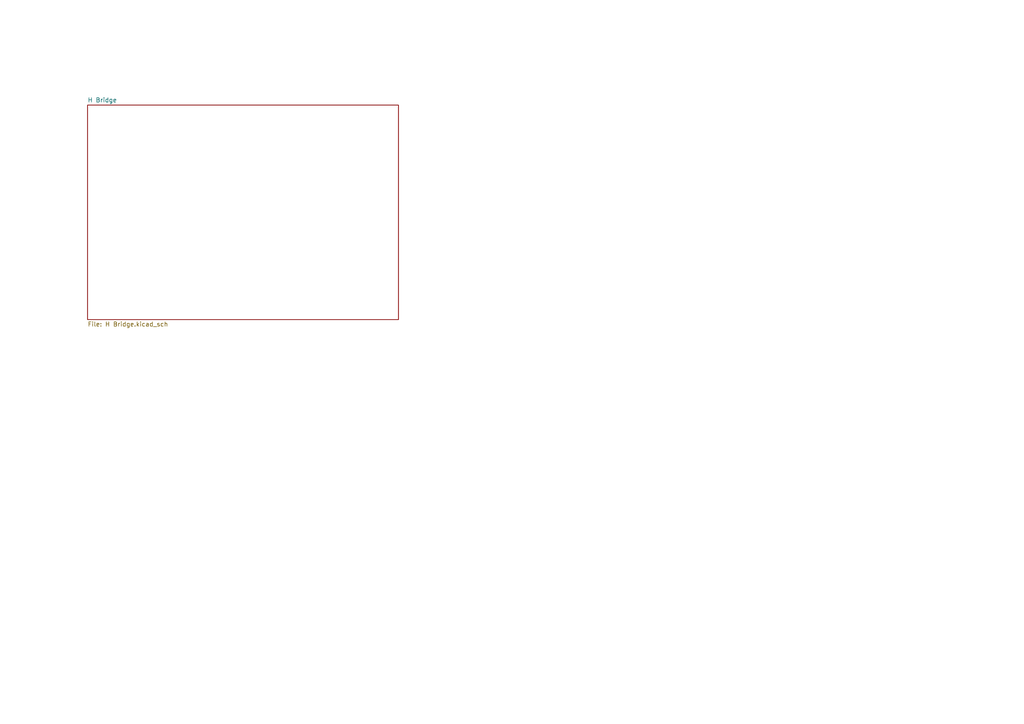
<source format=kicad_sch>
(kicad_sch (version 20231120) (generator "eeschema") (generator_version "8.0")
  (paper "A4")
  (title_block (title "Motor Control") (date "2025-07-03") (rev "0.1.0") (company "AARHUS TECH"))
  (junction (at 332.74 264.16))
  (junction (at 292.1 289.56))
  (junction (at 208.28 281.94))
  (junction (at 261.62 248.92))
  (junction (at 345.44 304.8))
  (junction (at 217.17 297.18))
  (junction (at 140.97 257.81))
  (junction (at 177.8 241.3))
  (junction (at 181.61 307.34))
  (junction (at 332.74 266.7))
  (junction (at 194.31 261.62))
  (junction (at 257.81 264.16))
  (junction (at 177.8 261.62))
  (junction (at 434.34 107.95))
  (junction (at 234.95 256.54))
  (junction (at 160.02 293.37))
  (junction (at 116.84 300.99))
  (junction (at 247.65 297.18))
  (junction (at 345.44 289.56))
  (junction (at 222.25 320.04))
  (junction (at 223.52 251.46))
  (junction (at 425.45 107.95))
  (junction (at 259.08 297.18))
  (junction (at 217.17 281.94))
  (junction (at 469.9 107.95))
  (junction (at 345.44 242.57))
  (junction (at 27.94 287.02))
  (junction (at 194.31 297.18))
  (junction (at 332.74 271.78))
  (junction (at 445.77 125.73))
  (junction (at 60.96 241.3))
  (junction (at 203.2 241.3))
  (junction (at 274.32 251.46))
  (junction (at 469.9 125.73))
  (junction (at 416.56 182.88))
  (junction (at 458.47 107.95))
  (junction (at 138.43 257.81))
  (junction (at 482.6 107.95))
  (junction (at 403.86 199.39))
  (junction (at 332.74 269.24))
  (junction (at 445.77 143.51))
  (junction (at 243.84 320.04))
  (junction (at 458.47 125.73))
  (junction (at 261.62 264.16))
  (junction (at 425.45 143.51))
  (junction (at 403.86 182.88))
  (junction (at 194.31 320.04))
  (junction (at 208.28 307.34))
  (junction (at 203.2 261.62))
  (junction (at 234.95 320.04))
  (junction (at 304.8 304.8))
  (junction (at 261.62 254))
  (junction (at 469.9 143.51))
  (junction (at 223.52 261.62))
  (no_connect (at 115.57 245.11))
  (no_connect (at 148.59 270.51))
  (no_connect (at 148.59 285.75))
  (no_connect (at 115.57 255.27))
  (no_connect (at 355.6 259.08))
  (no_connect (at 148.59 273.05))
  (no_connect (at 148.59 290.83))
  (no_connect (at 355.6 261.62))
  (no_connect (at 124.46 275.59))
  (no_connect (at 314.96 289.56))
  (no_connect (at 148.59 288.29))
  (no_connect (at 314.96 284.48))
  (wire (pts (xy 332.74 271.78) (xy 332.74 289.56)))
  (wire (pts (xy 48.26 251.46) (xy 48.26 256.54)))
  (wire (pts (xy 304.8 304.8) (xy 304.8 307.34)))
  (wire (pts (xy 292.1 281.94) (xy 292.1 289.56)))
  (wire (pts (xy 208.28 281.94) (xy 208.28 287.02)))
  (wire (pts (xy 222.25 299.72) (xy 222.25 320.04)))
  (wire (pts (xy 458.47 107.95) (xy 469.9 107.95)))
  (wire (pts (xy 140.97 257.81) (xy 140.97 260.35)))
  (wire (pts (xy 223.52 251.46) (xy 223.52 252.73)))
  (wire (pts (xy 208.28 307.34) (xy 227.33 307.34)))
  (wire (pts (xy 441.96 97.79) (xy 434.34 97.79)))
  (wire (pts (xy 189.23 307.34) (xy 208.28 307.34)))
  (wire (pts (xy 361.95 242.57) (xy 345.44 242.57)))
  (wire (pts (xy 177.8 241.3) (xy 177.8 234.95)))
  (wire (pts (xy 425.45 97.79) (xy 425.45 107.95)))
  (wire (pts (xy 247.65 287.02) (xy 247.65 281.94)))
  (wire (pts (xy 259.08 297.18) (xy 262.89 297.18)))
  (wire (pts (xy 201.93 297.18) (xy 217.17 297.18)))
  (wire (pts (xy 78.74 307.34) (xy 82.55 307.34)))
  (wire (pts (xy 208.28 294.64) (xy 208.28 307.34)))
  (wire (pts (xy 332.74 266.7) (xy 335.28 266.7)))
  (wire (pts (xy 217.17 281.94) (xy 208.28 281.94)))
  (wire (pts (xy 237.49 254) (xy 234.95 254)))
  (wire (pts (xy 78.74 299.72) (xy 82.55 299.72)))
  (wire (pts (xy 203.2 241.3) (xy 203.2 242.57)))
  (wire (pts (xy 78.74 284.48) (xy 82.55 284.48)))
  (wire (pts (xy 261.62 248.92) (xy 261.62 254)))
  (wire (pts (xy 38.1 294.64) (xy 43.18 294.64)))
  (wire (pts (xy 361.95 304.8) (xy 345.44 304.8)))
  (wire (pts (xy 78.74 297.18) (xy 82.55 297.18)))
  (wire (pts (xy 355.6 251.46) (xy 358.14 251.46)))
  (wire (pts (xy 78.74 292.1) (xy 82.55 292.1)))
  (wire (pts (xy 48.26 241.3) (xy 60.96 241.3)))
  (wire (pts (xy 78.74 289.56) (xy 82.55 289.56)))
  (wire (pts (xy 416.56 177.8) (xy 416.56 180.34)))
  (wire (pts (xy 361.95 255.27) (xy 361.95 304.8)))
  (wire (pts (xy 222.25 320.04) (xy 194.31 320.04)))
  (wire (pts (xy 482.6 129.54) (xy 482.6 143.51)))
  (wire (pts (xy 115.57 247.65) (xy 119.38 247.65)))
  (wire (pts (xy 261.62 262.89) (xy 261.62 264.16)))
  (wire (pts (xy 243.84 302.26) (xy 243.84 320.04)))
  (wire (pts (xy 223.52 260.35) (xy 223.52 261.62)))
  (wire (pts (xy 314.96 292.1) (xy 325.12 292.1)))
  (wire (pts (xy 458.47 120.65) (xy 458.47 125.73)))
  (wire (pts (xy 425.45 115.57) (xy 425.45 107.95)))
  (wire (pts (xy 327.66 256.54) (xy 335.28 256.54)))
  (wire (pts (xy 314.96 279.4) (xy 335.28 279.4)))
  (wire (pts (xy 58.42 336.55) (xy 64.77 336.55)))
  (wire (pts (xy 259.08 297.18) (xy 259.08 309.88)))
  (wire (pts (xy 255.27 251.46) (xy 274.32 251.46)))
  (wire (pts (xy 48.26 243.84) (xy 48.26 241.3)))
  (wire (pts (xy 234.95 256.54) (xy 237.49 256.54)))
  (wire (pts (xy 78.74 271.78) (xy 82.55 271.78)))
  (wire (pts (xy 332.74 266.7) (xy 332.74 269.24)))
  (wire (pts (xy 414.02 143.51) (xy 425.45 143.51)))
  (wire (pts (xy 335.28 254) (xy 332.74 254)))
  (wire (pts (xy 114.3 300.99) (xy 116.84 300.99)))
  (wire (pts (xy 345.44 242.57) (xy 345.44 246.38)))
  (wire (pts (xy 255.27 248.92) (xy 261.62 248.92)))
  (wire (pts (xy 203.2 250.19) (xy 203.2 261.62)))
  (wire (pts (xy 449.58 97.79) (xy 458.47 97.79)))
  (wire (pts (xy 403.86 182.88) (xy 406.4 182.88)))
  (wire (pts (xy 78.74 302.26) (xy 82.55 302.26)))
  (wire (pts (xy 482.6 121.92) (xy 482.6 107.95)))
  (wire (pts (xy 114.3 290.83) (xy 114.3 293.37)))
  (wire (pts (xy 138.43 257.81) (xy 138.43 256.54)))
  (wire (pts (xy 247.65 297.18) (xy 247.65 294.64)))
  (wire (pts (xy 234.95 261.62) (xy 234.95 256.54)))
  (wire (pts (xy 403.86 110.49) (xy 414.02 110.49)))
  (wire (pts (xy 314.96 276.86) (xy 335.28 276.86)))
  (wire (pts (xy 261.62 248.92) (xy 266.7 248.92)))
  (wire (pts (xy 27.94 297.18) (xy 27.94 299.72)))
  (wire (pts (xy 247.65 297.18) (xy 251.46 297.18)))
  (wire (pts (xy 181.61 320.04) (xy 194.31 320.04)))
  (wire (pts (xy 332.74 264.16) (xy 332.74 266.7)))
  (wire (pts (xy 458.47 97.79) (xy 458.47 107.95)))
  (wire (pts (xy 445.77 115.57) (xy 445.77 125.73)))
  (wire (pts (xy 304.8 304.8) (xy 345.44 304.8)))
  (wire (pts (xy 292.1 289.56) (xy 294.64 289.56)))
  (wire (pts (xy 403.86 199.39) (xy 403.86 201.93)))
  (wire (pts (xy 212.09 251.46) (xy 214.63 251.46)))
  (wire (pts (xy 78.74 281.94) (xy 82.55 281.94)))
  (wire (pts (xy 124.46 283.21) (xy 128.27 283.21)))
  (wire (pts (xy 194.31 317.5) (xy 194.31 320.04)))
  (wire (pts (xy 234.95 248.92) (xy 237.49 248.92)))
  (wire (pts (xy 361.95 247.65) (xy 361.95 242.57)))
  (wire (pts (xy 403.86 199.39) (xy 416.56 199.39)))
  (wire (pts (xy 38.1 292.1) (xy 43.18 292.1)))
  (wire (pts (xy 38.1 281.94) (xy 43.18 281.94)))
  (wire (pts (xy 257.81 264.16) (xy 261.62 264.16)))
  (wire (pts (xy 176.53 297.18) (xy 194.31 297.18)))
  (wire (pts (xy 345.44 304.8) (xy 345.44 289.56)))
  (wire (pts (xy 176.53 307.34) (xy 181.61 307.34)))
  (wire (pts (xy 234.95 307.34) (xy 234.95 320.04)))
  (wire (pts (xy 332.74 271.78) (xy 335.28 271.78)))
  (wire (pts (xy 469.9 143.51) (xy 445.77 143.51)))
  (wire (pts (xy 247.65 281.94) (xy 217.17 281.94)))
  (wire (pts (xy 78.74 294.64) (xy 82.55 294.64)))
  (wire (pts (xy 60.96 241.3) (xy 60.96 261.62)))
  (wire (pts (xy 400.05 182.88) (xy 403.86 182.88)))
  (wire (pts (xy 115.57 252.73) (xy 119.38 252.73)))
  (wire (pts (xy 217.17 287.02) (xy 217.17 281.94)))
  (wire (pts (xy 124.46 280.67) (xy 128.27 280.67)))
  (wire (pts (xy 184.15 307.34) (xy 181.61 307.34)))
  (wire (pts (xy 417.83 107.95) (xy 425.45 107.95)))
  (wire (pts (xy 274.32 262.89) (xy 274.32 264.16)))
  (wire (pts (xy 201.93 241.3) (xy 203.2 241.3)))
  (wire (pts (xy 445.77 130.81) (xy 445.77 125.73)))
  (wire (pts (xy 314.96 281.94) (xy 335.28 281.94)))
  (wire (pts (xy 434.34 97.79) (xy 434.34 107.95)))
  (wire (pts (xy 445.77 125.73) (xy 458.47 125.73)))
  (wire (pts (xy 27.94 287.02) (xy 27.94 284.48)))
  (wire (pts (xy 78.74 304.8) (xy 82.55 304.8)))
  (wire (pts (xy 325.12 251.46) (xy 335.28 251.46)))
  (wire (pts (xy 222.25 299.72) (xy 227.33 299.72)))
  (wire (pts (xy 294.64 281.94) (xy 292.1 281.94)))
  (wire (pts (xy 332.74 264.16) (xy 335.28 264.16)))
  (wire (pts (xy 234.95 256.54) (xy 234.95 254)))
  (wire (pts (xy 234.95 320.04) (xy 222.25 320.04)))
  (wire (pts (xy 266.7 245.11) (xy 266.7 248.92)))
  (wire (pts (xy 255.27 264.16) (xy 257.81 264.16)))
  (wire (pts (xy 416.56 182.88) (xy 421.64 182.88)))
  (wire (pts (xy 274.32 251.46) (xy 274.32 255.27)))
  (wire (pts (xy 411.48 182.88) (xy 416.56 182.88)))
  (wire (pts (xy 116.84 300.99) (xy 138.43 300.99)))
  (wire (pts (xy 194.31 261.62) (xy 194.31 248.92)))
  (wire (pts (xy 256.54 297.18) (xy 259.08 297.18)))
  (wire (pts (xy 203.2 241.3) (xy 234.95 241.3)))
  (wire (pts (xy 325.12 292.1) (xy 325.12 251.46)))
  (wire (pts (xy 217.17 297.18) (xy 227.33 297.18)))
  (wire (pts (xy 458.47 107.95) (xy 458.47 113.03)))
  (wire (pts (xy 304.8 302.26) (xy 304.8 304.8)))
  (wire (pts (xy 194.31 261.62) (xy 203.2 261.62)))
  (wire (pts (xy 482.6 143.51) (xy 469.9 143.51)))
  (wire (pts (xy 242.57 297.18) (xy 247.65 297.18)))
  (wire (pts (xy 116.84 290.83) (xy 116.84 300.99)))
  (wire (pts (xy 115.57 242.57) (xy 119.38 242.57)))
  (wire (pts (xy 217.17 294.64) (xy 217.17 297.18)))
  (wire (pts (xy 327.66 287.02) (xy 327.66 256.54)))
  (wire (pts (xy 261.62 264.16) (xy 274.32 264.16)))
  (wire (pts (xy 78.74 276.86) (xy 82.55 276.86)))
  (wire (pts (xy 416.56 180.34) (xy 421.64 180.34)))
  (wire (pts (xy 482.6 107.95) (xy 469.9 107.95)))
  (wire (pts (xy 60.96 312.42) (xy 60.96 317.5)))
  (wire (pts (xy 177.8 248.92) (xy 177.8 261.62)))
  (wire (pts (xy 403.86 107.95) (xy 410.21 107.95)))
  (wire (pts (xy 148.59 280.67) (xy 149.86 280.67)))
  (wire (pts (xy 259.08 320.04) (xy 243.84 320.04)))
  (wire (pts (xy 425.45 123.19) (xy 425.45 143.51)))
  (wire (pts (xy 194.31 320.04) (xy 194.31 322.58)))
  (wire (pts (xy 27.94 287.02) (xy 43.18 287.02)))
  (wire (pts (xy 445.77 143.51) (xy 445.77 147.32)))
  (wire (pts (xy 243.84 320.04) (xy 234.95 320.04)))
  (wire (pts (xy 304.8 265.43) (xy 304.8 269.24)))
  (wire (pts (xy 314.96 297.18) (xy 317.5 297.18)))
  (wire (pts (xy 160.02 293.37) (xy 162.56 293.37)))
  (wire (pts (xy 177.8 261.62) (xy 177.8 264.16)))
  (wire (pts (xy 434.34 107.95) (xy 438.15 107.95)))
  (wire (pts (xy 58.42 339.09) (xy 64.77 339.09)))
  (wire (pts (xy 289.56 279.4) (xy 294.64 279.4)))
  (wire (pts (xy 78.74 279.4) (xy 82.55 279.4)))
  (wire (pts (xy 115.57 250.19) (xy 119.38 250.19)))
  (wire (pts (xy 148.59 293.37) (xy 160.02 293.37)))
  (wire (pts (xy 128.27 270.51) (xy 128.27 257.81)))
  (wire (pts (xy 203.2 261.62) (xy 223.52 261.62)))
  (wire (pts (xy 332.74 269.24) (xy 332.74 271.78)))
  (wire (pts (xy 27.94 274.32) (xy 27.94 276.86)))
  (wire (pts (xy 304.8 304.8) (xy 292.1 304.8)))
  (wire (pts (xy 314.96 287.02) (xy 327.66 287.02)))
  (wire (pts (xy 140.97 257.81) (xy 138.43 257.81)))
  (wire (pts (xy 222.25 251.46) (xy 223.52 251.46)))
  (wire (pts (xy 212.09 251.46) (xy 212.09 254)))
  (wire (pts (xy 425.45 143.51) (xy 445.77 143.51)))
  (wire (pts (xy 78.74 269.24) (xy 82.55 269.24)))
  (wire (pts (xy 425.45 107.95) (xy 434.34 107.95)))
  (wire (pts (xy 138.43 257.81) (xy 138.43 265.43)))
  (wire (pts (xy 458.47 107.95) (xy 453.39 107.95)))
  (wire (pts (xy 403.86 182.88) (xy 403.86 187.96)))
  (wire (pts (xy 274.32 251.46) (xy 276.86 251.46)))
  (wire (pts (xy 242.57 302.26) (xy 243.84 302.26)))
  (wire (pts (xy 234.95 241.3) (xy 234.95 248.92)))
  (wire (pts (xy 223.52 261.62) (xy 234.95 261.62)))
  (wire (pts (xy 60.96 238.76) (xy 60.96 241.3)))
  (wire (pts (xy 237.49 251.46) (xy 223.52 251.46)))
  (wire (pts (xy 27.94 287.02) (xy 27.94 289.56)))
  (wire (pts (xy 332.74 254) (xy 332.74 264.16)))
  (wire (pts (xy 414.02 110.49) (xy 414.02 143.51)))
  (wire (pts (xy 138.43 300.99) (xy 138.43 298.45)))
  (wire (pts (xy 78.74 266.7) (xy 82.55 266.7)))
  (wire (pts (xy 181.61 317.5) (xy 181.61 320.04)))
  (wire (pts (xy 261.62 254) (xy 255.27 254)))
  (wire (pts (xy 289.56 287.02) (xy 294.64 287.02)))
  (wire (pts (xy 208.28 279.4) (xy 208.28 281.94)))
  (wire (pts (xy 78.74 274.32) (xy 82.55 274.32)))
  (wire (pts (xy 227.33 302.26) (xy 227.33 307.34)))
  (wire (pts (xy 140.97 257.81) (xy 160.02 257.81)))
  (wire (pts (xy 469.9 125.73) (xy 469.9 130.81)))
  (wire (pts (xy 259.08 317.5) (xy 259.08 320.04)))
  (wire (pts (xy 38.1 271.78) (xy 43.18 271.78)))
  (wire (pts (xy 403.86 195.58) (xy 403.86 199.39)))
  (wire (pts (xy 194.31 309.88) (xy 194.31 297.18)))
  (wire (pts (xy 314.96 274.32) (xy 335.28 274.32)))
  (wire (pts (xy 194.31 297.18) (xy 196.85 297.18)))
  (wire (pts (xy 177.8 261.62) (xy 194.31 261.62)))
  (wire (pts (xy 58.42 341.63) (xy 64.77 341.63)))
  (wire (pts (xy 345.44 240.03) (xy 345.44 242.57)))
  (wire (pts (xy 289.56 274.32) (xy 294.64 274.32)))
  (wire (pts (xy 416.56 189.23) (xy 416.56 182.88)))
  (wire (pts (xy 128.27 257.81) (xy 138.43 257.81)))
  (wire (pts (xy 148.59 278.13) (xy 149.86 278.13)))
  (wire (pts (xy 469.9 138.43) (xy 469.9 143.51)))
  (wire (pts (xy 332.74 289.56) (xy 345.44 289.56)))
  (wire (pts (xy 482.6 97.79) (xy 482.6 107.95)))
  (wire (pts (xy 469.9 107.95) (xy 469.9 113.03)))
  (wire (pts (xy 445.77 138.43) (xy 445.77 143.51)))
  (wire (pts (xy 292.1 304.8) (xy 292.1 289.56)))
  (wire (pts (xy 160.02 280.67) (xy 160.02 293.37)))
  (wire (pts (xy 114.3 298.45) (xy 114.3 300.99)))
  (wire (pts (xy 261.62 255.27) (xy 261.62 254)))
  (wire (pts (xy 160.02 273.05) (xy 160.02 257.81)))
  (wire (pts (xy 58.42 334.01) (xy 64.77 334.01)))
  (wire (pts (xy 332.74 269.24) (xy 335.28 269.24)))
  (wire (pts (xy 255.27 256.54) (xy 255.27 264.16)))
  (wire (pts (xy 181.61 307.34) (xy 181.61 309.88)))
  (wire (pts (xy 257.81 264.16) (xy 257.81 265.43)))
  (wire (pts (xy 345.44 289.56) (xy 345.44 287.02)))
  (wire (pts (xy 416.56 194.31) (xy 416.56 199.39)))
  (wire (pts (xy 186.69 241.3) (xy 177.8 241.3)))
  (wire (pts (xy 458.47 125.73) (xy 469.9 125.73)))
  (wire (pts (xy 58.42 331.47) (xy 64.77 331.47)))
  (wire (pts (xy 469.9 120.65) (xy 469.9 125.73)))
  (global_label "uRX" (shape bidirectional) (at 82.55 307.34 0) (property "Intersheetrefs" "${INTERSHEET_REFS}" (effects (hide yes))))
  (global_label "GNDD" (shape passive) (at 119.38 242.57 0) (property "Intersheetrefs" "${INTERSHEET_REFS}" (effects (hide yes))))
  (global_label "SWA" (shape bidirectional) (at 82.55 274.32 0) (property "Intersheetrefs" "${INTERSHEET_REFS}" (effects (hide yes))))
  (global_label "+5V" (shape passive) (at 64.77 334.01 0) (property "Intersheetrefs" "${INTERSHEET_REFS}" (effects (hide yes))))
  (global_label "GNDD" (shape passive) (at 64.77 336.55 0) (property "Intersheetrefs" "${INTERSHEET_REFS}" (effects (hide yes))))
  (global_label "SDO" (shape bidirectional) (at 82.55 302.26 0) (property "Intersheetrefs" "${INTERSHEET_REFS}" (effects (hide yes))))
  (global_label "SWS" (shape bidirectional) (at 262.89 297.18 0) (property "Intersheetrefs" "${INTERSHEET_REFS}" (effects (hide yes))))
  (global_label "DISP" (shape bidirectional) (at 289.56 287.02 180) (property "Intersheetrefs" "${INTERSHEET_REFS}" (effects (hide yes))))
  (global_label "DISP" (shape bidirectional) (at 82.55 292.1 0) (property "Intersheetrefs" "${INTERSHEET_REFS}" (effects (hide yes))))
  (global_label "SCL" (shape bidirectional) (at 289.56 279.4 180) (property "Intersheetrefs" "${INTERSHEET_REFS}" (effects (hide yes))))
  (global_label "SWA" (shape bidirectional) (at 176.53 297.18 180) (property "Intersheetrefs" "${INTERSHEET_REFS}" (effects (hide yes))))
  (global_label "SWB" (shape bidirectional) (at 176.53 307.34 180) (property "Intersheetrefs" "${INTERSHEET_REFS}" (effects (hide yes))))
  (global_label "SDA{slash}SDI" (shape bidirectional) (at 82.55 299.72 0) (property "Intersheetrefs" "${INTERSHEET_REFS}" (effects (hide yes))))
  (global_label "PGC" (shape bidirectional) (at 64.77 341.63 0) (property "Intersheetrefs" "${INTERSHEET_REFS}" (effects (hide yes))))
  (global_label "RA4" (shape bidirectional) (at 162.56 293.37 0) (property "Intersheetrefs" "${INTERSHEET_REFS}" (effects (hide yes))))
  (global_label "~{SS}" (shape bidirectional) (at 38.1 294.64 180) (property "Intersheetrefs" "${INTERSHEET_REFS}" (effects (hide yes))))
  (global_label "RA4" (shape bidirectional) (at 38.1 292.1 180) (property "Intersheetrefs" "${INTERSHEET_REFS}" (effects (hide yes))))
  (global_label "SCL" (shape bidirectional) (at 82.55 297.18 0) (property "Intersheetrefs" "${INTERSHEET_REFS}" (effects (hide yes))))
  (global_label "PGD" (shape bidirectional) (at 64.77 339.09 0) (property "Intersheetrefs" "${INTERSHEET_REFS}" (effects (hide yes))))
  (global_label "SDO" (shape bidirectional) (at 289.56 274.32 180) (property "Intersheetrefs" "${INTERSHEET_REFS}" (effects (hide yes))))
  (global_label "uTX" (shape bidirectional) (at 119.38 252.73 0) (property "Intersheetrefs" "${INTERSHEET_REFS}" (effects (hide yes))))
  (global_label "P1A" (shape bidirectional) (at 82.55 294.64 0) (property "Intersheetrefs" "${INTERSHEET_REFS}" (effects (hide yes))))
  (global_label "T1CLK" (shape bidirectional) (at 400.05 182.88 180) (property "Intersheetrefs" "${INTERSHEET_REFS}" (effects (hide yes))))
  (global_label "P1D" (shape bidirectional) (at 82.55 276.86 0) (property "Intersheetrefs" "${INTERSHEET_REFS}" (effects (hide yes))))
  (global_label "V_{PP}" (shape passive) (at 64.77 331.47 0) (property "Intersheetrefs" "${INTERSHEET_REFS}" (effects (hide yes))))
  (global_label "P1C" (shape bidirectional) (at 82.55 269.24 0) (property "Intersheetrefs" "${INTERSHEET_REFS}" (effects (hide yes))))
  (global_label "SWB" (shape bidirectional) (at 82.55 279.4 0) (property "Intersheetrefs" "${INTERSHEET_REFS}" (effects (hide yes))))
  (global_label "P1B" (shape bidirectional) (at 82.55 271.78 0) (property "Intersheetrefs" "${INTERSHEET_REFS}" (effects (hide yes))))
  (global_label "uRX" (shape bidirectional) (at 119.38 250.19 0) (property "Intersheetrefs" "${INTERSHEET_REFS}" (effects (hide yes))))
  (global_label "uRX" (shape bidirectional) (at 149.86 278.13 0) (property "Intersheetrefs" "${INTERSHEET_REFS}" (effects (hide yes))))
  (global_label "AN0" (shape bidirectional) (at 38.1 281.94 180) (property "Intersheetrefs" "${INTERSHEET_REFS}" (effects (hide yes))))
  (global_label "uTX" (shape bidirectional) (at 82.55 304.8 0) (property "Intersheetrefs" "${INTERSHEET_REFS}" (effects (hide yes))))
  (global_label "V_{PP}" (shape passive) (at 38.1 271.78 180) (property "Intersheetrefs" "${INTERSHEET_REFS}" (effects (hide yes))))
  (global_label "uTX" (shape bidirectional) (at 149.86 280.67 0) (property "Intersheetrefs" "${INTERSHEET_REFS}" (effects (hide yes))))
  (global_label "PGC" (shape bidirectional) (at 82.55 281.94 0) (property "Intersheetrefs" "${INTERSHEET_REFS}" (effects (hide yes))))
  (global_label "SWS" (shape bidirectional) (at 82.55 266.7 0) (property "Intersheetrefs" "${INTERSHEET_REFS}" (effects (hide yes))))
  (global_label "AN0" (shape bidirectional) (at 276.86 251.46 0) (property "Intersheetrefs" "${INTERSHEET_REFS}" (effects (hide yes))))
  (global_label "+5V" (shape passive) (at 119.38 247.65 0) (property "Intersheetrefs" "${INTERSHEET_REFS}" (effects (hide yes))))
  (global_label "SDA{slash}SDI" (shape bidirectional) (at 317.5 297.18 0) (property "Intersheetrefs" "${INTERSHEET_REFS}" (effects (hide yes))))
  (global_label "T1CLK" (shape bidirectional) (at 82.55 289.56 0) (property "Intersheetrefs" "${INTERSHEET_REFS}" (effects (hide yes))))
  (global_label "PGD" (shape bidirectional) (at 82.55 284.48 0) (property "Intersheetrefs" "${INTERSHEET_REFS}" (effects (hide yes))))
  (symbol (lib_id "Device:C") (at 194.31 313.69 0) (unit 1)
    (property "Reference" "C7" (at 198.12 312.4199 0) (effects (justify left)))
    (property "Value" "100nF" (at 198.12 314.9599 0) (effects (justify left)))
    (property "Footprint" "Capacitor_THT:C_Rect_L7.2mm_W2.5mm_P5.00mm_FKS2_FKP2_MKS2_MKP2" (effects (hide yes)))
    (property "Description" "Unpolarized capacitor" (effects (hide yes)))
  )
  (symbol (lib_id "Device:C_Small") (at 140.97 262.89 0) (unit 1)
    (property "Reference" "C3" (at 143.51 261.6262 0) (effects (justify left)))
    (property "Value" "470nF" (at 143.51 264.1662 0) (effects (justify left)))
    (property "Footprint" "Capacitor_THT:C_Rect_L7.2mm_W2.5mm_P5.00mm_FKS2_FKP2_MKS2_MKP2" (effects (hide yes)))
    (property "Description" "Unpolarized capacitor, small symbol" (effects (hide yes)))
  )
  (symbol (lib_id "Display_Character:WC1602A") (at 345.44 266.7 0) (unit 1)
    (property "Reference" "DS1" (at 347.6341 243.84 0) (effects (justify left)))
    (property "Value" "WC1602A" (at 347.6341 246.38 0) (effects (justify left)))
    (property "Footprint" "Display:WC1602A" (effects (hide yes)))
    (property "Datasheet" "http://www.wincomlcd.com/pdf/WC1602A-SFYLYHTC06.pdf" (effects (hide yes)))
    (property "Description" "LCD 16x2 Alphanumeric , 8 bit parallel bus, 5V VDD" (effects (hide yes)))
  )
  (symbol (lib_id "Device:C") (at 203.2 246.38 0) (unit 1)
    (property "Reference" "C8" (at 207.01 245.1099 0) (effects (justify left)))
    (property "Value" "100nF" (at 207.01 247.6499 0) (effects (justify left)))
    (property "Footprint" "Capacitor_THT:C_Rect_L7.2mm_W2.5mm_P5.00mm_FKS2_FKP2_MKS2_MKP2" (effects (hide yes)))
    (property "Description" "Unpolarized capacitor" (effects (hide yes)))
  )
  (symbol (lib_id "Regulator_Linear:LM317_TO-220") (at 445.77 107.95 0) (unit 1)
    (property "Reference" "U10" (at 445.77 101.6 0))
    (property "Value" "LM317_TO-220" (at 445.77 104.14 0))
    (property "Footprint" "Package_TO_SOT_THT:TO-220-3_Horizontal_TabDown" (effects (hide yes)))
    (property "Datasheet" "http://www.ti.com/lit/ds/symlink/lm317.pdf" (effects (hide yes)))
    (property "Description" "1.5A 35V Adjustable Linear Regulator, TO-220" (effects (hide yes)))
  )
  (symbol (lib_id "Device:R_Small") (at 416.56 191.77 180) (unit 1)
    (property "Reference" "R43" (at 419.1 190.4999 0) (effects (justify right)))
    (property "Value" "10k" (at 419.1 193.0399 0) (effects (justify right)))
    (property "Footprint" "Resistor_THT:R_Axial_DIN0207_L6.3mm_D2.5mm_P10.16mm_Horizontal" (effects (hide yes)))
    (property "Description" "Resistor, small symbol" (effects (hide yes)))
  )
  (symbol (lib_id "Connector:Conn_01x02_Socket") (at 426.72 180.34 0) (unit 1)
    (property "Reference" "J6" (at 427.99 180.3399 0) (effects (justify left)))
    (property "Value" "Conn_01x02_Socket" (at 427.99 182.8799 0) (effects (justify left)))
    (property "Footprint" "Connector_Phoenix_MC_HighVoltage:PhoenixContact_MCV_1,5_2-G-5.08_1x02_P5.08mm_Vertical" (effects (hide yes)))
    (property "Description" "Generic connector, single row, 01x02, script generated" (effects (hide yes)))
  )
  (symbol (lib_id "Device:C") (at 403.86 191.77 0) (unit 1)
    (property "Reference" "C13" (at 407.67 190.4999 0) (effects (justify left)))
    (property "Value" "100nF" (at 407.67 193.0399 0) (effects (justify left)))
    (property "Footprint" "Capacitor_THT:C_Rect_L7.2mm_W2.5mm_P5.00mm_FKS2_FKP2_MKS2_MKP2" (effects (hide yes)))
    (property "Description" "Unpolarized capacitor" (effects (hide yes)))
  )
  (symbol (lib_id "power:+5VD") (at 345.44 240.03 0) (unit 1)
    (property "Reference" "#PWR035" (effects (hide yes)))
    (property "Value" "+5V" (at 345.44 234.95 0))
    (property "Description" "Power symbol creates a global label with name \"+5VD\"" (effects (hide yes)))
  )
  (symbol (lib_id "Device:R") (at 247.65 290.83 0) (mirror x) (unit 1)
    (property "Reference" "R39" (at 245.11 289.5599 0) (effects (justify right)))
    (property "Value" "10k" (at 245.11 292.0999 0) (effects (justify right)))
    (property "Footprint" "Resistor_THT:R_Axial_DIN0207_L6.3mm_D2.5mm_P10.16mm_Horizontal" (effects (hide yes)))
  )
  (symbol (lib_id "Device:C_Polarized") (at 425.45 119.38 0) (unit 1)
    (property "Reference" "C14" (at 429.26 117.2209 0) (effects (justify left)))
    (property "Value" "330uF" (at 429.26 119.7609 0) (effects (justify left)))
    (property "Footprint" "Capacitor_THT:CP_Radial_D8.0mm_P5.00mm" (effects (hide yes)))
    (property "Description" "Polarized capacitor" (effects (hide yes)))
  )
  (symbol (lib_id "power:GNDD") (at 257.81 265.43 0) (mirror y) (unit 1)
    (property "Reference" "#PWR027" (effects (hide yes)))
    (property "Value" "GNDD" (at 257.81 269.24 0))
    (property "Description" "Power symbol creates a global label with name \"GNDD\" , digital ground" (effects (hide yes)))
  )
  (symbol (lib_id "Regulator_Linear:L78L05_TO92") (at 194.31 241.3 0) (unit 1)
    (property "Reference" "U5" (at 194.31 234.95 0))
    (property "Value" "L78L05_TO92" (at 194.31 237.49 0))
    (property "Footprint" "Package_TO_SOT_THT:TO-92_Inline_Wide" (effects (hide yes)))
    (property "Datasheet" "http://www.st.com/content/ccc/resource/technical/document/datasheet/15/55/e5/aa/23/5b/43/fd/CD00000446.pdf/files/CD00000446.pdf/jcr:content/translations/en.CD00000446.pdf" (effects (hide yes)))
    (property "Description" "Positive 100mA 30V Linear Regulator, Fixed Output 5V, TO-92" (effects (hide yes)))
  )
  (symbol (lib_id "Interface_USB:MCP2221AxP") (at 138.43 283.21 0) (unit 1)
    (property "Reference" "U4" (at 140.6241 298.45 0) (effects (justify left)))
    (property "Value" "MCP2221AxP" (at 140.6241 300.99 0) (effects (justify left)))
    (property "Footprint" "Package_DIP:DIP-14_W7.62mm_Socket_LongPads" (effects (hide yes)))
    (property "Datasheet" "http://ww1.microchip.com/downloads/en/DeviceDoc/20005565B.pdf" (effects (hide yes)))
    (property "Description" "USB to I2C/UART Protocol Converter with GPIO, DIP-14" (effects (hide yes)))
  )
  (symbol (lib_id "power:GNDD") (at 60.96 317.5 0) (mirror y) (unit 1)
    (property "Reference" "#PWR09" (effects (hide yes)))
    (property "Value" "GNDD" (at 60.96 321.31 0))
    (property "Description" "Power symbol creates a global label with name \"GNDD\" , digital ground" (effects (hide yes)))
  )
  (symbol (lib_id "Device:R") (at 27.94 280.67 0) (mirror x) (unit 1)
    (property "Reference" "R4" (at 25.4 279.3999 0) (effects (justify right)))
    (property "Value" "10k" (at 25.4 281.9399 0) (effects (justify right)))
    (property "Footprint" "Resistor_THT:R_Axial_DIN0207_L6.3mm_D2.5mm_P10.16mm_Horizontal" (effects (hide yes)))
  )
  (symbol (lib_id "power:GND") (at 212.09 254 0) (unit 1)
    (property "Reference" "#PWR022" (effects (hide yes)))
    (property "Value" "GNDPWR_{out}" (at 212.09 259.08 0))
    (property "Description" "Power symbol creates a global label with name \"GND\" , ground" (effects (hide yes)))
  )
  (symbol (lib_id "power:+12V") (at 177.8 234.95 0) (unit 1)
    (property "Reference" "#PWR017" (effects (hide yes)))
    (property "Value" "+12V" (at 177.8 229.87 0))
    (property "Description" "Power symbol creates a global label with name \"+12V\"" (effects (hide yes)))
  )
  (symbol (lib_id "power:GNDPWR") (at 177.8 264.16 0) (unit 1)
    (property "Reference" "#PWR018" (effects (hide yes)))
    (property "Value" "GNDPWR" (at 177.673 267.97 0))
    (property "Description" "Power symbol creates a global label with name \"GNDPWR\" , global ground" (effects (hide yes)))
  )
  (symbol (lib_id "User:HCPL-7510") (at 246.38 252.73 0) (unit 1)
    (property "Reference" "U8" (at 246.38 241.3 0))
    (property "Value" "HCPL7510" (at 246.38 243.84 0))
    (property "Footprint" "Package_DIP:DIP-8_W7.62mm_Socket_LongPads" (effects (hide yes)))
  )
  (symbol (lib_id "power:GNDD") (at 304.8 307.34 0) (mirror y) (unit 1)
    (property "Reference" "#PWR031" (effects (hide yes)))
    (property "Value" "GNDD" (at 304.8 311.15 0))
    (property "Description" "Power symbol creates a global label with name \"GNDD\" , digital ground" (effects (hide yes)))
  )
  (symbol (lib_id "power:+5VD") (at 266.7 245.11 0) (unit 1)
    (property "Reference" "#PWR028" (effects (hide yes)))
    (property "Value" "+5V" (at 266.7 240.03 0))
    (property "Description" "Power symbol creates a global label with name \"+5VD\"" (effects (hide yes)))
  )
  (symbol (lib_id "Device:C_Polarized") (at 482.6 125.73 0) (unit 1)
    (property "Reference" "C16" (at 486.41 123.5709 0) (effects (justify left)))
    (property "Value" "1uF" (at 486.41 126.1109 0) (effects (justify left)))
    (property "Footprint" "Capacitor_THT:CP_Radial_D5.0mm_P2.50mm" (effects (hide yes)))
    (property "Description" "Polarized capacitor" (effects (hide yes)))
  )
  (symbol (lib_id "Device:C") (at 177.8 245.11 0) (unit 1)
    (property "Reference" "C4" (at 181.61 243.8399 0) (effects (justify left)))
    (property "Value" "100nF" (at 181.61 246.3799 0) (effects (justify left)))
    (property "Footprint" "Capacitor_THT:C_Rect_L7.2mm_W2.5mm_P5.00mm_FKS2_FKP2_MKS2_MKP2" (effects (hide yes)))
    (property "Description" "Unpolarized capacitor" (effects (hide yes)))
  )
  (symbol (lib_id "Diode:1N4148") (at 469.9 116.84 90) (mirror x) (unit 1)
    (property "Reference" "D4" (at 472.44 115.5699 90) (effects (justify right)))
    (property "Value" "1N4148" (at 472.44 118.1099 90) (effects (justify right)))
    (property "Footprint" "Diode_THT:D_DO-35_SOD27_P7.62mm_Horizontal" (effects (hide yes)))
    (property "Datasheet" "https://assets.nexperia.com/documents/data-sheet/1N4148_1N4448.pdf" (effects (hide yes)))
    (property "Description" "100V 0.15A standard switching diode, DO-35" (effects (hide yes)))
    (property "Sim.Device" "D" (effects (hide yes)))
    (property "Sim.Pins" "1=K 2=A" (effects (hide yes)))
  )
  (symbol (lib_id "power:+5VD") (at 304.8 265.43 0) (unit 1)
    (property "Reference" "#PWR030" (effects (hide yes)))
    (property "Value" "+5V" (at 304.8 260.35 0))
    (property "Description" "Power symbol creates a global label with name \"+5VD\"" (effects (hide yes)))
  )
  (symbol (lib_id "Device:C") (at 48.26 247.65 0) (unit 1)
    (property "Reference" "C1" (at 52.07 246.3799 0) (effects (justify left)))
    (property "Value" "100nF" (at 52.07 248.9199 0) (effects (justify left)))
    (property "Footprint" "Capacitor_THT:C_Rect_L7.2mm_W2.5mm_P5.00mm_FKS2_FKP2_MKS2_MKP2" (effects (hide yes)))
    (property "Description" "Unpolarized capacitor" (effects (hide yes)))
  )
  (symbol (lib_id "74xx:74AHC595") (at 304.8 284.48 0) (unit 1)
    (property "Reference" "U9" (at 306.9941 266.7 0) (effects (justify left)))
    (property "Value" "74AHC595" (at 306.9941 269.24 0) (effects (justify left)))
    (property "Footprint" "Package_DIP:DIP-16_W7.62mm_Socket_LongPads" (effects (hide yes)))
    (property "Datasheet" "https://assets.nexperia.com/documents/data-sheet/74AHC_AHCT595.pdf" (effects (hide yes)))
    (property "Description" "8-bit serial in/out Shift Register 3-State Outputs" (effects (hide yes)))
  )
  (symbol (lib_id "Device:C_Polarized") (at 469.9 134.62 0) (unit 1)
    (property "Reference" "C15" (at 473.71 132.4609 0) (effects (justify left)))
    (property "Value" "1uF" (at 473.71 135.0009 0) (effects (justify left)))
    (property "Footprint" "Capacitor_THT:CP_Radial_D5.0mm_P2.50mm" (effects (hide yes)))
    (property "Description" "Polarized capacitor" (effects (hide yes)))
  )
  (symbol (lib_id "Connector:Conn_01x02_Socket") (at 398.78 107.95 0) (mirror y) (unit 1)
    (property "Reference" "J5" (at 397.51 107.9499 0) (effects (justify left)))
    (property "Value" "Conn_01x02_Socket" (at 397.51 110.4899 0) (effects (justify left)))
    (property "Footprint" "Connector_Phoenix_MC_HighVoltage:PhoenixContact_MCV_1,5_2-G-5.08_1x02_P5.08mm_Vertical" (effects (hide yes)))
    (property "Description" "Generic connector, single row, 01x02, script generated" (effects (hide yes)))
  )
  (symbol (lib_id "Device:C") (at 274.32 259.08 0) (unit 1)
    (property "Reference" "C12" (at 278.13 257.8099 0) (effects (justify left)))
    (property "Value" "150pF" (at 278.13 260.3499 0) (effects (justify left)))
    (property "Footprint" "Capacitor_THT:C_Rect_L7.2mm_W2.5mm_P5.00mm_FKS2_FKP2_MKS2_MKP2" (effects (hide yes)))
    (property "Description" "Unpolarized capacitor" (effects (hide yes)))
  )
  (symbol (lib_id "power:+24V") (at 425.45 97.79 0) (unit 1)
    (property "Reference" "#PWR033" (effects (hide yes)))
    (property "Value" "+24V" (at 425.45 92.71 0))
    (property "Description" "Power symbol creates a global label with name \"+24V\"" (effects (hide yes)))
  )
  (symbol (lib_id "Device:R") (at 217.17 290.83 0) (mirror x) (unit 1)
    (property "Reference" "R32" (at 214.63 289.5599 0) (effects (justify right)))
    (property "Value" "10k" (at 214.63 292.0999 0) (effects (justify right)))
    (property "Footprint" "Resistor_THT:R_Axial_DIN0207_L6.3mm_D2.5mm_P10.16mm_Horizontal" (effects (hide yes)))
  )
  (symbol (lib_id "power:+5VD") (at 27.94 274.32 0) (unit 1)
    (property "Reference" "#PWR01" (effects (hide yes)))
    (property "Value" "+5V" (at 27.94 269.24 0))
    (property "Description" "Power symbol creates a global label with name \"+5VD\"" (effects (hide yes)))
  )
  (symbol (lib_id "power:+5VD") (at 138.43 256.54 0) (unit 1)
    (property "Reference" "#PWR014" (effects (hide yes)))
    (property "Value" "+5V" (at 138.43 251.46 0))
    (property "Description" "Power symbol creates a global label with name \"+5VD\"" (effects (hide yes)))
  )
  (symbol (lib_id "Device:RotaryEncoder_Switch_MP") (at 234.95 299.72 0) (unit 1)
    (property "Reference" "SW1" (at 234.95 293.37 0))
    (property "Value" "RotaryEncoder_Switch_MP" (effects (hide yes)))
    (property "Footprint" "Rotary_Encoder:RotaryEncoder_Alps_EC11E-Switch_Vertical_H20mm" (effects (hide yes)))
    (property "Description" "Rotary encoder, dual channel, incremental quadrate outputs, with switch and MP Pin" (effects (hide yes)))
  )
  (symbol (lib_id "Device:C") (at 259.08 313.69 0) (unit 1)
    (property "Reference" "C10" (at 262.89 312.4199 0) (effects (justify left)))
    (property "Value" "100nF" (at 262.89 314.9599 0) (effects (justify left)))
    (property "Footprint" "Capacitor_THT:C_Rect_L7.2mm_W2.5mm_P5.00mm_FKS2_FKP2_MKS2_MKP2" (effects (hide yes)))
    (property "Description" "Unpolarized capacitor" (effects (hide yes)))
  )
  (symbol (lib_id "power:GNDD") (at 403.86 201.93 0) (mirror y) (unit 1)
    (property "Reference" "#PWR029" (effects (hide yes)))
    (property "Value" "GNDD" (at 403.86 205.74 0))
    (property "Description" "Power symbol creates a global label with name \"GNDD\" , digital ground" (effects (hide yes)))
  )
  (symbol (lib_id "Connector:USB_B") (at 116.84 280.67 0) (unit 1)
    (property "Reference" "J3" (at 116.84 267.97 0))
    (property "Value" "USB_B" (at 116.84 270.51 0))
    (property "Footprint" "Connector_USB:USB_B_TE_5787834_Vertical" (effects (hide yes)))
    (property "Description" "USB Type B connector" (effects (hide yes)))
  )
  (symbol (lib_id "Device:R") (at 208.28 290.83 0) (mirror x) (unit 1)
    (property "Reference" "R29" (at 205.74 289.5599 0) (effects (justify right)))
    (property "Value" "10k" (at 205.74 292.0999 0) (effects (justify right)))
    (property "Footprint" "Resistor_THT:R_Axial_DIN0207_L6.3mm_D2.5mm_P10.16mm_Horizontal" (effects (hide yes)))
  )
  (symbol (lib_id "Device:R_Small") (at 408.94 182.88 270) (unit 1)
    (property "Reference" "R42" (at 408.94 177.8 90))
    (property "Value" "1k" (at 408.94 180.34 90))
    (property "Footprint" "Resistor_THT:R_Axial_DIN0207_L6.3mm_D2.5mm_P10.16mm_Horizontal" (effects (hide yes)))
    (property "Description" "Resistor, small symbol" (effects (hide yes)))
  )
  (symbol (lib_id "Device:C") (at 261.62 259.08 0) (unit 1)
    (property "Reference" "C11" (at 265.43 257.8099 0) (effects (justify left)))
    (property "Value" "100nF" (at 265.43 260.3499 0) (effects (justify left)))
    (property "Footprint" "Capacitor_THT:C_Rect_L7.2mm_W2.5mm_P5.00mm_FKS2_FKP2_MKS2_MKP2" (effects (hide yes)))
    (property "Description" "Unpolarized capacitor" (effects (hide yes)))
  )
  (symbol (lib_id "Device:R") (at 27.94 293.37 0) (mirror x) (unit 1)
    (property "Reference" "R5" (at 25.4 292.0999 0) (effects (justify right)))
    (property "Value" "10k" (at 25.4 294.6399 0) (effects (justify right)))
    (property "Footprint" "Resistor_THT:R_Axial_DIN0207_L6.3mm_D2.5mm_P10.16mm_Horizontal" (effects (hide yes)))
  )
  (symbol (lib_id "power:+5VD") (at 416.56 177.8 0) (unit 1)
    (property "Reference" "#PWR032" (effects (hide yes)))
    (property "Value" "+5V" (at 416.56 172.72 0))
    (property "Description" "Power symbol creates a global label with name \"+5VD\"" (effects (hide yes)))
  )
  (symbol (lib_id "Device:R") (at 458.47 116.84 0) (mirror y) (unit 1)
    (property "Reference" "R45" (at 461.01 115.5699 0) (effects (justify right)))
    (property "Value" "390" (at 461.01 118.1099 0) (effects (justify right)))
    (property "Footprint" "Resistor_THT:R_Axial_DIN0207_L6.3mm_D2.5mm_P10.16mm_Horizontal" (effects (hide yes)))
    (property "Description" "Resistor" (effects (hide yes)))
  )
  (symbol (lib_id "power:GNDD") (at 48.26 256.54 0) (mirror y) (unit 1)
    (property "Reference" "#PWR07" (effects (hide yes)))
    (property "Value" "GNDD" (at 48.26 260.35 0))
    (property "Description" "Power symbol creates a global label with name \"GNDD\" , digital ground" (effects (hide yes)))
  )
  (symbol (lib_id "Diode:1N4148") (at 445.77 97.79 0) (mirror x) (unit 1)
    (property "Reference" "D3" (at 445.77 91.44 0))
    (property "Value" "1N4148" (at 445.77 93.98 0))
    (property "Footprint" "Diode_THT:D_DO-35_SOD27_P7.62mm_Horizontal" (effects (hide yes)))
    (property "Datasheet" "https://assets.nexperia.com/documents/data-sheet/1N4148_1N4448.pdf" (effects (hide yes)))
    (property "Description" "100V 0.15A standard switching diode, DO-35" (effects (hide yes)))
    (property "Sim.Device" "D" (effects (hide yes)))
    (property "Sim.Pins" "1=K 2=A" (effects (hide yes)))
  )
  (symbol (lib_id "MCU_Microchip_PIC18:PIC18F26K22-xSP") (at 60.96 287.02 0) (unit 1)
    (property "Reference" "U3" (at 65.532 259.334 0) (effects (justify left)))
    (property "Value" "PIC18F26K22-xSP" (at 65.278 261.874 0) (effects (justify left)))
    (property "Footprint" "Package_DIP:DIP-28_W7.62mm" (effects (hide yes)))
    (property "Datasheet" "http://ww1.microchip.com/downloads/en/DeviceDoc/40001412G.pdf" (effects (hide yes)))
    (property "Description" "64K Flash, 3896B SRAM, 1024B EEPROM, nanoWatt XLP, 2.3V to 5.5V, SPDIP28" (effects (hide yes)))
  )
  (symbol (lib_id "power:+12V") (at 482.6 97.79 0) (mirror y) (unit 1)
    (property "Reference" "#PWR036" (effects (hide yes)))
    (property "Value" "+12V" (at 482.6 92.71 0))
    (property "Description" "Power symbol creates a global label with name \"+12V\"" (effects (hide yes)))
  )
  (symbol (lib_id "Device:R_Potentiometer") (at 361.95 251.46 180) (unit 1)
    (property "Reference" "RV1" (at 364.49 250.1899 0) (effects (justify right)))
    (property "Value" "50k" (at 364.49 252.7299 0) (effects (justify right)))
    (property "Footprint" "Potentiometer_THT:Potentiometer_Piher_PT-10-V05_Vertical" (effects (hide yes)))
    (property "Description" "Potentiometer" (effects (hide yes)))
  )
  (symbol (lib_id "Device:C") (at 181.61 313.69 0) (unit 1)
    (property "Reference" "C5" (at 185.42 312.4199 0) (effects (justify left)))
    (property "Value" "100nF" (at 185.42 314.9599 0) (effects (justify left)))
    (property "Footprint" "Capacitor_THT:C_Rect_L7.2mm_W2.5mm_P5.00mm_FKS2_FKP2_MKS2_MKP2" (effects (hide yes)))
    (property "Description" "Unpolarized capacitor" (effects (hide yes)))
  )
  (symbol (lib_id "Device:C") (at 223.52 256.54 0) (unit 1)
    (property "Reference" "C9" (at 227.33 255.2699 0) (effects (justify left)))
    (property "Value" "10nF" (at 227.33 257.8099 0) (effects (justify left)))
    (property "Footprint" "Capacitor_THT:C_Rect_L7.2mm_W2.5mm_P5.00mm_FKS2_FKP2_MKS2_MKP2" (effects (hide yes)))
    (property "Description" "Unpolarized capacitor" (effects (hide yes)))
  )
  (symbol (lib_id "Connector:Conn_01x06_Pin") (at 110.49 247.65 0) (unit 1)
    (property "Reference" "J2" (at 111.125 237.49 0))
    (property "Value" "Conn_01x06_Pin" (at 111.125 240.03 0))
    (property "Footprint" "Connector_PinHeader_2.54mm:PinHeader_1x06_P2.54mm_Vertical" (effects (hide yes)))
    (property "Description" "Generic connector, single row, 01x06, script generated" (effects (hide yes)))
  )
  (symbol (lib_id "Device:L_Ferrite_Small") (at 114.3 295.91 0) (unit 1)
    (property "Reference" "L1" (at 113.03 294.6399 0) (effects (justify right)))
    (property "Value" "L_Ferrite_Small" (at 113.03 297.1799 0) (effects (justify right)))
    (property "Description" "Inductor with ferrite core, small symbol" (effects (hide yes)))
  )
  (symbol (lib_id "Device:R") (at 218.44 251.46 270) (mirror x) (unit 1)
    (property "Reference" "R33" (at 218.44 245.11 90))
    (property "Value" "68R" (at 218.44 247.65 90))
    (property "Footprint" "Resistor_THT:R_Axial_DIN0207_L6.3mm_D2.5mm_P10.16mm_Horizontal" (effects (hide yes)))
  )
  (symbol (lib_id "power:GNDD") (at 27.94 299.72 0) (mirror y) (unit 1)
    (property "Reference" "#PWR02" (effects (hide yes)))
    (property "Value" "GNDD" (at 27.94 303.53 0))
    (property "Description" "Power symbol creates a global label with name \"GNDD\" , digital ground" (effects (hide yes)))
  )
  (symbol (lib_id "Device:R_Small") (at 186.69 307.34 270) (unit 1)
    (property "Reference" "R23" (at 186.69 302.26 90))
    (property "Value" "1k" (at 186.69 304.8 90))
    (property "Footprint" "Resistor_THT:R_Axial_DIN0207_L6.3mm_D2.5mm_P10.16mm_Horizontal" (effects (hide yes)))
    (property "Description" "Resistor, small symbol" (effects (hide yes)))
  )
  (symbol (lib_id "Device:R_Small") (at 199.39 297.18 270) (unit 1)
    (property "Reference" "R27" (at 199.39 292.1 90))
    (property "Value" "1k" (at 199.39 294.64 90))
    (property "Footprint" "Resistor_THT:R_Axial_DIN0207_L6.3mm_D2.5mm_P10.16mm_Horizontal" (effects (hide yes)))
    (property "Description" "Resistor, small symbol" (effects (hide yes)))
  )
  (symbol (lib_id "Device:Fuse") (at 414.02 107.95 90) (unit 1)
    (property "Reference" "F1" (at 414.02 101.6 90))
    (property "Value" "Fuse" (at 414.02 104.14 90))
    (property "Footprint" "User:Fuseholder_Stelvio-kontek_PTF_78_5x20mm" (effects (hide yes)))
    (property "Description" "Fuse" (effects (hide yes)))
  )
  (symbol (lib_id "Device:R_Small") (at 254 297.18 270) (unit 1)
    (property "Reference" "R41" (at 254 292.1 90))
    (property "Value" "1k" (at 254 294.64 90))
    (property "Footprint" "Resistor_THT:R_Axial_DIN0207_L6.3mm_D2.5mm_P10.16mm_Horizontal" (effects (hide yes)))
    (property "Description" "Resistor, small symbol" (effects (hide yes)))
  )
  (symbol (lib_id "Device:R") (at 445.77 134.62 0) (mirror y) (unit 1)
    (property "Reference" "R44" (at 448.31 133.3499 0) (effects (justify right)))
    (property "Value" "3k3" (at 448.31 135.8899 0) (effects (justify right)))
    (property "Footprint" "Resistor_THT:R_Axial_DIN0207_L6.3mm_D2.5mm_P10.16mm_Horizontal" (effects (hide yes)))
    (property "Description" "Resistor" (effects (hide yes)))
  )
  (symbol (lib_id "Connector:Conn_01x05_Pin") (at 53.34 336.55 0) (unit 1)
    (property "Reference" "J1" (at 53.975 326.39 0))
    (property "Value" "Conn_01x05_Pin" (at 53.975 328.93 0))
    (property "Footprint" "Connector_PinSocket_2.54mm:PinSocket_1x05_P2.54mm_Horizontal" (effects (hide yes)))
    (property "Description" "Generic connector, single row, 01x05, script generated" (effects (hide yes)))
  )
  (symbol (lib_id "power:+5VD") (at 60.96 238.76 0) (unit 1)
    (property "Reference" "#PWR08" (effects (hide yes)))
    (property "Value" "+5V" (at 60.96 233.68 0))
    (property "Description" "Power symbol creates a global label with name \"+5VD\"" (effects (hide yes)))
  )
  (symbol (lib_id "power:GNDPWR") (at 445.77 147.32 0) (unit 1)
    (property "Reference" "#PWR034" (effects (hide yes)))
    (property "Value" "GNDPWR" (at 445.643 151.13 0))
    (property "Description" "Power symbol creates a global label with name \"GNDPWR\" , global ground" (effects (hide yes)))
  )
  (symbol (lib_id "Device:R") (at 160.02 276.86 180) (unit 1)
    (property "Reference" "R19" (at 162.56 275.5899 0) (effects (justify right)))
    (property "Value" "10k" (at 162.56 278.1299 0) (effects (justify right)))
    (property "Footprint" "Resistor_THT:R_Axial_DIN0207_L6.3mm_D2.5mm_P10.16mm_Horizontal" (effects (hide yes)))
  )
  (symbol (lib_id "power:+5VD") (at 208.28 279.4 0) (unit 1)
    (property "Reference" "#PWR021" (effects (hide yes)))
    (property "Value" "+5V" (at 208.28 274.32 0))
    (property "Description" "Power symbol creates a global label with name \"+5VD\"" (effects (hide yes)))
  )
  (symbol (lib_id "power:GNDD") (at 194.31 322.58 0) (mirror y) (unit 1)
    (property "Reference" "#PWR019" (effects (hide yes)))
    (property "Value" "GNDD" (at 194.31 326.39 0))
    (property "Description" "Power symbol creates a global label with name \"GNDD\" , digital ground" (effects (hide yes)))
  )
  (sheet (at 25.4 30.48) (size 90.17 62.23) (stroke (width 0.1524))
    (property "Sheetname" "H Bridge" (at 25.4 29.7684 0) (effects (justify left bottom)))
    (property "Sheetfile" "H Bridge.kicad_sch" (at 25.4 93.2946 0) (effects (justify left top)))
  )
)
</source>
